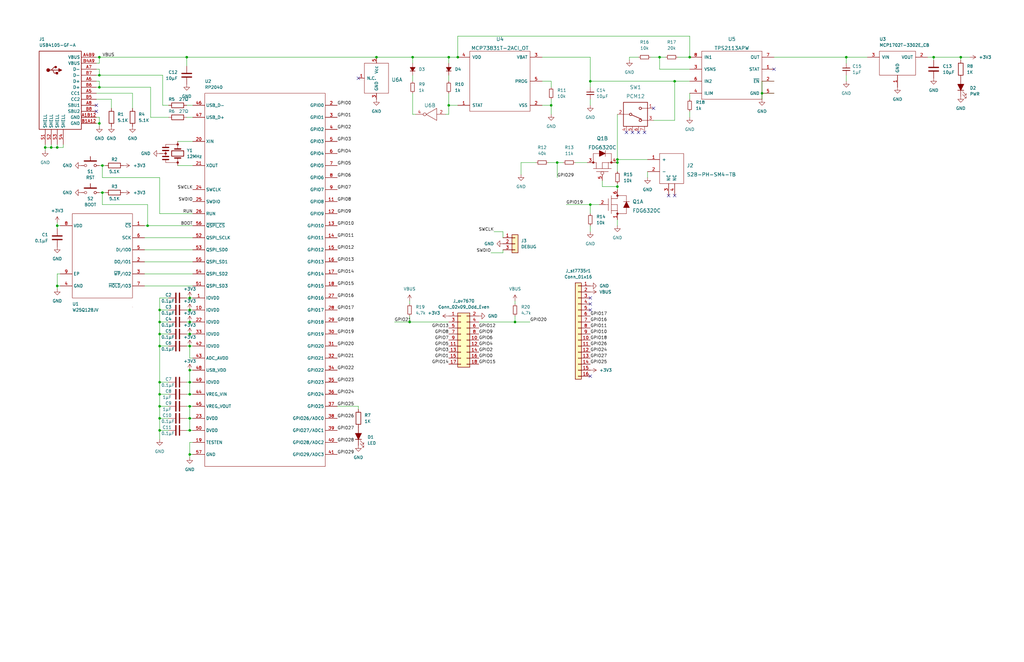
<source format=kicad_sch>
(kicad_sch (version 20211123) (generator eeschema)
  (paper "USLedger")
  (title_block (title "ENGR3430 final_proj_basedon_mp3") (date "2022-09-22") (company "Olin College of Engineering"))
  (junction (at 234.95 68.58))
  (junction (at 67.31 130.81))
  (junction (at 290.83 24.13))
  (junction (at 260.35 78.74))
  (junction (at 67.31 146.05))
  (junction (at 80.01 125.73))
  (junction (at 189.23 44.45))
  (junction (at 67.31 171.45))
  (junction (at 80.01 156.21))
  (junction (at 41.91 24.13))
  (junction (at 173.99 24.13))
  (junction (at 41.91 36.83))
  (junction (at 19.05 62.23))
  (junction (at 80.01 176.53))
  (junction (at 189.23 24.13))
  (junction (at 41.91 52.07))
  (junction (at 405.13 24.13))
  (junction (at 172.72 135.89))
  (junction (at 284.48 34.29))
  (junction (at 193.04 24.13))
  (junction (at 356.87 24.13))
  (junction (at 67.31 161.29))
  (junction (at 80.01 166.37))
  (junction (at 78.74 24.13))
  (junction (at 80.01 135.89))
  (junction (at 80.01 140.97))
  (junction (at 67.31 140.97))
  (junction (at 232.41 44.45))
  (junction (at 80.01 191.77))
  (junction (at 80.01 171.45))
  (junction (at 260.35 68.58))
  (junction (at 158.75 24.13))
  (junction (at 393.7 24.13))
  (junction (at 21.59 62.23))
  (junction (at 80.01 181.61))
  (junction (at 67.31 176.53))
  (junction (at 80.01 161.29))
  (junction (at 43.18 69.85))
  (junction (at 80.01 146.05))
  (junction (at 24.13 120.65))
  (junction (at 43.18 81.28))
  (junction (at 248.92 86.36))
  (junction (at 260.35 67.31))
  (junction (at 217.17 135.89))
  (junction (at 62.23 95.25))
  (junction (at 24.13 95.25))
  (junction (at 67.31 181.61))
  (junction (at 321.31 39.37))
  (junction (at 24.13 62.23))
  (junction (at 278.13 24.13))
  (junction (at 41.91 31.75))
  (junction (at 67.31 166.37))
  (junction (at 248.92 34.29))
  (junction (at 80.01 130.81))
  (junction (at 67.31 135.89))
  (no_connect (at 151.13 33.02))
  (no_connect (at 40.64 46.99))
  (no_connect (at 40.64 44.45))
  (no_connect (at 269.24 55.88))
  (no_connect (at 264.16 55.88))
  (no_connect (at 266.7 55.88))
  (no_connect (at 275.59 45.72))
  (no_connect (at 271.78 55.88))
  (no_connect (at 248.92 125.73))
  (no_connect (at 248.92 128.27))
  (no_connect (at 248.92 130.81))
  (no_connect (at 248.92 158.75))
  (no_connect (at 281.94 82.55))
  (no_connect (at 284.48 82.55))
  (no_connect (at 326.39 29.21))
  (wire (pts (xy 356.87 24.13) (xy 365.76 24.13)))
  (wire (pts (xy 78.74 146.05) (xy 80.01 146.05)))
  (wire (pts (xy 67.31 130.81) (xy 71.12 130.81)))
  (wire (pts (xy 158.75 24.13) (xy 173.99 24.13)))
  (wire (pts (xy 78.74 140.97) (xy 80.01 140.97)))
  (wire (pts (xy 212.09 106.68) (xy 212.09 105.41)))
  (wire (pts (xy 67.31 146.05) (xy 67.31 140.97)))
  (wire (pts (xy 40.64 36.83) (xy 41.91 36.83)))
  (wire (pts (xy 219.71 68.58) (xy 219.71 73.66)))
  (wire (pts (xy 68.58 31.75) (xy 68.58 44.45)))
  (wire (pts (xy 260.35 77.47) (xy 260.35 78.74)))
  (wire (pts (xy 193.04 15.24) (xy 290.83 15.24)))
  (wire (pts (xy 260.35 48.26) (xy 260.35 67.31)))
  (wire (pts (xy 173.99 48.26) (xy 175.26 48.26)))
  (wire (pts (xy 41.91 36.83) (xy 63.5 36.83)))
  (wire (pts (xy 278.13 24.13) (xy 280.67 24.13)))
  (wire (pts (xy 80.01 166.37) (xy 81.28 166.37)))
  (wire (pts (xy 68.58 44.45) (xy 71.12 44.45)))
  (wire (pts (xy 356.87 31.75) (xy 356.87 34.29)))
  (wire (pts (xy 269.24 24.13) (xy 265.43 24.13)))
  (wire (pts (xy 189.23 44.45) (xy 193.04 44.45)))
  (wire (pts (xy 173.99 24.13) (xy 173.99 26.67)))
  (wire (pts (xy 326.39 24.13) (xy 356.87 24.13)))
  (wire (pts (xy 62.23 86.36) (xy 62.23 95.25)))
  (wire (pts (xy 24.13 62.23) (xy 26.67 62.23)))
  (wire (pts (xy 67.31 166.37) (xy 67.31 161.29)))
  (wire (pts (xy 67.31 161.29) (xy 71.12 161.29)))
  (wire (pts (xy 278.13 24.13) (xy 278.13 29.21)))
  (wire (pts (xy 19.05 60.96) (xy 19.05 62.23)))
  (wire (pts (xy 43.18 86.36) (xy 62.23 86.36)))
  (wire (pts (xy 41.91 49.53) (xy 41.91 52.07)))
  (wire (pts (xy 80.01 146.05) (xy 81.28 146.05)))
  (wire (pts (xy 393.7 24.13) (xy 405.13 24.13)))
  (wire (pts (xy 41.91 36.83) (xy 41.91 34.29)))
  (wire (pts (xy 284.48 34.29) (xy 290.83 34.29)))
  (wire (pts (xy 80.01 171.45) (xy 80.01 176.53)))
  (wire (pts (xy 40.64 29.21) (xy 41.91 29.21)))
  (wire (pts (xy 172.72 133.35) (xy 172.72 135.89)))
  (wire (pts (xy 67.31 130.81) (xy 67.31 125.73)))
  (wire (pts (xy 67.31 135.89) (xy 67.31 130.81)))
  (wire (pts (xy 78.74 44.45) (xy 81.28 44.45)))
  (wire (pts (xy 80.01 161.29) (xy 81.28 161.29)))
  (wire (pts (xy 55.88 39.37) (xy 55.88 45.72)))
  (wire (pts (xy 80.01 151.13) (xy 81.28 151.13)))
  (wire (pts (xy 78.74 161.29) (xy 80.01 161.29)))
  (wire (pts (xy 78.74 171.45) (xy 80.01 171.45)))
  (wire (pts (xy 284.48 34.29) (xy 284.48 50.8)))
  (wire (pts (xy 67.31 140.97) (xy 67.31 135.89)))
  (wire (pts (xy 321.31 39.37) (xy 321.31 41.91)))
  (wire (pts (xy 285.75 24.13) (xy 290.83 24.13)))
  (wire (pts (xy 67.31 146.05) (xy 71.12 146.05)))
  (wire (pts (xy 60.96 95.25) (xy 62.23 95.25)))
  (wire (pts (xy 41.91 52.07) (xy 41.91 53.34)))
  (wire (pts (xy 67.31 90.17) (xy 81.28 90.17)))
  (wire (pts (xy 248.92 41.91) (xy 248.92 44.45)))
  (wire (pts (xy 80.01 176.53) (xy 80.01 181.61)))
  (wire (pts (xy 81.28 125.73) (xy 80.01 125.73)))
  (wire (pts (xy 46.99 41.91) (xy 46.99 45.72)))
  (wire (pts (xy 24.13 96.52) (xy 24.13 95.25)))
  (wire (pts (xy 278.13 29.21) (xy 290.83 29.21)))
  (wire (pts (xy 24.13 115.57) (xy 24.13 120.65)))
  (wire (pts (xy 78.74 166.37) (xy 80.01 166.37)))
  (wire (pts (xy 43.18 81.28) (xy 44.45 81.28)))
  (wire (pts (xy 63.5 49.53) (xy 71.12 49.53)))
  (wire (pts (xy 187.96 48.26) (xy 189.23 48.26)))
  (wire (pts (xy 193.04 24.13) (xy 193.04 15.24)))
  (wire (pts (xy 80.01 156.21) (xy 80.01 161.29)))
  (wire (pts (xy 290.83 39.37) (xy 290.83 41.91)))
  (wire (pts (xy 228.6 34.29) (xy 232.41 34.29)))
  (wire (pts (xy 81.28 171.45) (xy 80.01 171.45)))
  (wire (pts (xy 78.74 176.53) (xy 80.01 176.53)))
  (wire (pts (xy 40.64 39.37) (xy 55.88 39.37)))
  (wire (pts (xy 265.43 24.13) (xy 265.43 25.4)))
  (wire (pts (xy 391.16 24.13) (xy 393.7 24.13)))
  (wire (pts (xy 232.41 44.45) (xy 232.41 48.26)))
  (wire (pts (xy 207.01 106.68) (xy 212.09 106.68)))
  (wire (pts (xy 78.74 24.13) (xy 78.74 27.94)))
  (wire (pts (xy 226.06 68.58) (xy 219.71 68.58)))
  (wire (pts (xy 41.91 81.28) (xy 43.18 81.28)))
  (wire (pts (xy 24.13 93.98) (xy 24.13 95.25)))
  (wire (pts (xy 60.96 115.57) (xy 81.28 115.57)))
  (wire (pts (xy 21.59 60.96) (xy 21.59 62.23)))
  (wire (pts (xy 25.4 120.65) (xy 24.13 120.65)))
  (wire (pts (xy 189.23 24.13) (xy 193.04 24.13)))
  (wire (pts (xy 80.01 156.21) (xy 81.28 156.21)))
  (wire (pts (xy 41.91 69.85) (xy 43.18 69.85)))
  (wire (pts (xy 80.01 181.61) (xy 81.28 181.61)))
  (wire (pts (xy 41.91 24.13) (xy 41.91 26.67)))
  (wire (pts (xy 326.39 34.29) (xy 321.31 34.29)))
  (wire (pts (xy 41.91 26.67) (xy 40.64 26.67)))
  (wire (pts (xy 273.05 72.39) (xy 273.05 74.93)))
  (wire (pts (xy 41.91 31.75) (xy 68.58 31.75)))
  (wire (pts (xy 67.31 125.73) (xy 71.12 125.73)))
  (wire (pts (xy 326.39 39.37) (xy 321.31 39.37)))
  (wire (pts (xy 41.91 24.13) (xy 78.74 24.13)))
  (wire (pts (xy 173.99 24.13) (xy 189.23 24.13)))
  (wire (pts (xy 260.35 78.74) (xy 260.35 80.01)))
  (wire (pts (xy 260.35 67.31) (xy 273.05 67.31)))
  (wire (pts (xy 172.72 127) (xy 172.72 128.27)))
  (wire (pts (xy 232.41 41.91) (xy 232.41 44.45)))
  (wire (pts (xy 81.28 186.69) (xy 80.01 186.69)))
  (wire (pts (xy 248.92 34.29) (xy 284.48 34.29)))
  (wire (pts (xy 290.83 15.24) (xy 290.83 24.13)))
  (wire (pts (xy 67.31 176.53) (xy 71.12 176.53)))
  (wire (pts (xy 41.91 34.29) (xy 40.64 34.29)))
  (wire (pts (xy 67.31 171.45) (xy 67.31 166.37)))
  (wire (pts (xy 405.13 24.13) (xy 408.94 24.13)))
  (wire (pts (xy 80.01 176.53) (xy 81.28 176.53)))
  (wire (pts (xy 41.91 31.75) (xy 40.64 31.75)))
  (wire (pts (xy 21.59 62.23) (xy 24.13 62.23)))
  (wire (pts (xy 252.73 86.36) (xy 248.92 86.36)))
  (wire (pts (xy 63.5 36.83) (xy 63.5 49.53)))
  (wire (pts (xy 173.99 48.26) (xy 173.99 39.37)))
  (wire (pts (xy 231.14 68.58) (xy 234.95 68.58)))
  (wire (pts (xy 24.13 120.65) (xy 24.13 121.92)))
  (wire (pts (xy 19.05 62.23) (xy 21.59 62.23)))
  (wire (pts (xy 142.24 171.45) (xy 151.13 171.45)))
  (wire (pts (xy 234.95 68.58) (xy 234.95 74.93)))
  (wire (pts (xy 321.31 34.29) (xy 321.31 39.37)))
  (wire (pts (xy 172.72 135.89) (xy 189.23 135.89)))
  (wire (pts (xy 189.23 24.13) (xy 189.23 26.67)))
  (wire (pts (xy 189.23 31.75) (xy 189.23 34.29)))
  (wire (pts (xy 62.23 95.25) (xy 81.28 95.25)))
  (wire (pts (xy 80.01 146.05) (xy 80.01 151.13)))
  (wire (pts (xy 208.28 97.79) (xy 212.09 97.79)))
  (wire (pts (xy 238.76 86.36) (xy 248.92 86.36)))
  (wire (pts (xy 80.01 186.69) (xy 80.01 191.77)))
  (wire (pts (xy 189.23 44.45) (xy 189.23 48.26)))
  (wire (pts (xy 40.64 49.53) (xy 41.91 49.53)))
  (wire (pts (xy 151.13 172.72) (xy 151.13 171.45)))
  (wire (pts (xy 80.01 135.89) (xy 81.28 135.89)))
  (wire (pts (xy 201.93 135.89) (xy 217.17 135.89)))
  (wire (pts (xy 248.92 24.13) (xy 248.92 34.29)))
  (wire (pts (xy 67.31 181.61) (xy 71.12 181.61)))
  (wire (pts (xy 60.96 100.33) (xy 81.28 100.33)))
  (wire (pts (xy 217.17 133.35) (xy 217.17 135.89)))
  (wire (pts (xy 67.31 166.37) (xy 71.12 166.37)))
  (wire (pts (xy 19.05 63.5) (xy 19.05 62.23)))
  (wire (pts (xy 232.41 34.29) (xy 232.41 36.83)))
  (wire (pts (xy 254 76.2) (xy 254 78.74)))
  (wire (pts (xy 60.96 110.49) (xy 81.28 110.49)))
  (wire (pts (xy 41.91 29.21) (xy 41.91 31.75)))
  (wire (pts (xy 41.91 52.07) (xy 40.64 52.07)))
  (wire (pts (xy 24.13 60.96) (xy 24.13 62.23)))
  (wire (pts (xy 67.31 171.45) (xy 71.12 171.45)))
  (wire (pts (xy 173.99 31.75) (xy 173.99 34.29)))
  (wire (pts (xy 60.96 120.65) (xy 81.28 120.65)))
  (wire (pts (xy 26.67 62.23) (xy 26.67 60.96)))
  (wire (pts (xy 24.13 95.25) (xy 25.4 95.25)))
  (wire (pts (xy 43.18 74.93) (xy 67.31 74.93)))
  (wire (pts (xy 78.74 135.89) (xy 80.01 135.89)))
  (wire (pts (xy 393.7 24.13) (xy 393.7 25.4)))
  (wire (pts (xy 284.48 50.8) (xy 275.59 50.8)))
  (wire (pts (xy 212.09 97.79) (xy 212.09 100.33)))
  (wire (pts (xy 80.01 161.29) (xy 80.01 166.37)))
  (wire (pts (xy 81.28 191.77) (xy 80.01 191.77)))
  (wire (pts (xy 43.18 69.85) (xy 44.45 69.85)))
  (wire (pts (xy 80.01 130.81) (xy 81.28 130.81)))
  (wire (pts (xy 43.18 69.85) (xy 43.18 74.93)))
  (wire (pts (xy 40.64 24.13) (xy 41.91 24.13)))
  (wire (pts (xy 260.35 67.31) (xy 260.35 68.58)))
  (wire (pts (xy 290.83 46.99) (xy 290.83 49.53)))
  (wire (pts (xy 260.35 92.71) (xy 260.35 95.25)))
  (wire (pts (xy 274.32 24.13) (xy 278.13 24.13)))
  (wire (pts (xy 74.93 59.69) (xy 81.28 59.69)))
  (wire (pts (xy 248.92 34.29) (xy 248.92 36.83)))
  (wire (pts (xy 78.74 24.13) (xy 158.75 24.13)))
  (wire (pts (xy 67.31 185.42) (xy 67.31 181.61)))
  (wire (pts (xy 60.96 105.41) (xy 81.28 105.41)))
  (wire (pts (xy 405.13 24.13) (xy 405.13 25.4)))
  (wire (pts (xy 248.92 95.25) (xy 248.92 97.79)))
  (wire (pts (xy 228.6 24.13) (xy 248.92 24.13)))
  (wire (pts (xy 228.6 44.45) (xy 232.41 44.45)))
  (wire (pts (xy 78.74 130.81) (xy 80.01 130.81)))
  (wire (pts (xy 43.18 81.28) (xy 43.18 86.36)))
  (wire (pts (xy 234.95 68.58) (xy 237.49 68.58)))
  (wire (pts (xy 25.4 115.57) (xy 24.13 115.57)))
  (wire (pts (xy 217.17 135.89) (xy 223.52 135.89)))
  (wire (pts (xy 217.17 127) (xy 217.17 128.27)))
  (wire (pts (xy 248.92 86.36) (xy 248.92 90.17)))
  (wire (pts (xy 356.87 24.13) (xy 356.87 26.67)))
  (wire (pts (xy 67.31 146.05) (xy 67.31 161.29)))
  (wire (pts (xy 166.37 135.89) (xy 172.72 135.89)))
  (wire (pts (xy 78.74 49.53) (xy 81.28 49.53)))
  (wire (pts (xy 80.01 140.97) (xy 81.28 140.97)))
  (wire (pts (xy 67.31 74.93) (xy 67.31 90.17)))
  (wire (pts (xy 74.93 69.85) (xy 81.28 69.85)))
  (wire (pts (xy 40.64 41.91) (xy 46.99 41.91)))
  (wire (pts (xy 189.23 39.37) (xy 189.23 44.45)))
  (wire (pts (xy 67.31 176.53) (xy 67.31 171.45)))
  (wire (pts (xy 78.74 181.61) (xy 80.01 181.61)))
  (wire (pts (xy 254 78.74) (xy 260.35 78.74)))
  (wire (pts (xy 80.01 191.77) (xy 80.01 193.04)))
  (wire (pts (xy 67.31 135.89) (xy 71.12 135.89)))
  (wire (pts (xy 67.31 140.97) (xy 71.12 140.97)))
  (wire (pts (xy 67.31 181.61) (xy 67.31 176.53)))
  (wire (pts (xy 260.35 68.58) (xy 260.35 72.39)))
  (wire (pts (xy 242.57 68.58) (xy 247.65 68.58)))
  (wire (pts (xy 78.74 125.73) (xy 80.01 125.73)))
  (label "GPIO6" (at 201.93 143.51 0))
  (label "GPIO21" (at 142.24 151.13 0))
  (label "GPIO24" (at 248.92 148.59 0))
  (label "GPIO10" (at 248.92 140.97 0))
  (label "GPIO11" (at 248.92 138.43 0))
  (label "GPIO20" (at 223.52 135.89 0))
  (label "GPIO17" (at 142.24 130.81 0))
  (label "GPIO16" (at 142.24 125.73 0))
  (label "GPIO12" (at 142.24 105.41 0))
  (label "GPIO18" (at 248.92 143.51 0))
  (label "GPIO29" (at 234.95 74.93 0))
  (label "GPIO5" (at 189.23 146.05 180))
  (label "GPIO7" (at 189.23 143.51 180))
  (label "GPIO4" (at 142.24 64.77 0))
  (label "RUN" (at 81.28 90.17 180))
  (label "GPIO10" (at 142.24 95.25 0))
  (label "SWDIO" (at 81.28 85.09 180))
  (label "GPIO6" (at 142.24 74.93 0))
  (label "SWCLK" (at 81.28 80.01 180))
  (label "GPIO17" (at 248.92 133.35 0))
  (label "GPIO28" (at 142.24 186.69 0))
  (label "GPIO27" (at 248.92 151.13 0))
  (label "GPIO24" (at 142.24 166.37 0))
  (label "GPIO27" (at 142.24 181.61 0))
  (label "GPIO26" (at 142.24 176.53 0))
  (label "SWDIO" (at 207.01 106.68 180))
  (label "GPIO13" (at 189.23 138.43 180))
  (label "GPIO14" (at 189.23 153.67 180))
  (label "GPIO1" (at 142.24 49.53 0))
  (label "GPIO19" (at 238.76 86.36 0))
  (label "GPIO25" (at 142.24 171.45 0))
  (label "GPIO9" (at 142.24 90.17 0))
  (label "GPIO0" (at 142.24 44.45 0))
  (label "GPIO14" (at 142.24 115.57 0))
  (label "GPIO18" (at 142.24 135.89 0))
  (label "GPIO15" (at 142.24 120.65 0))
  (label "GPIO26" (at 248.92 146.05 0))
  (label "VBUS" (at 43.18 24.13 0))
  (label "GPIO3" (at 189.23 148.59 180))
  (label "GPIO4" (at 201.93 146.05 0))
  (label "GPIO2" (at 201.93 148.59 0))
  (label "GPIO25" (at 248.92 153.67 0))
  (label "GPIO15" (at 201.93 153.67 0))
  (label "BOOT" (at 81.28 95.25 180))
  (label "GPIO13" (at 142.24 110.49 0))
  (label "GPIO20" (at 142.24 146.05 0))
  (label "GPIO8" (at 142.24 85.09 0))
  (label "GPIO11" (at 142.24 100.33 0))
  (label "GPIO21" (at 166.37 135.89 0))
  (label "GPIO8" (at 189.23 140.97 180))
  (label "GPIO9" (at 201.93 140.97 0))
  (label "GPIO16" (at 248.92 135.89 0))
  (label "GPIO2" (at 142.24 54.61 0))
  (label "GPIO12" (at 201.93 138.43 0))
  (label "GPIO0" (at 201.93 151.13 0))
  (label "GPIO19" (at 142.24 140.97 0))
  (label "GPIO29" (at 142.24 191.77 0))
  (label "GPIO5" (at 142.24 69.85 0))
  (label "SWCLK" (at 208.28 97.79 180))
  (label "GPIO3" (at 142.24 59.69 0))
  (label "GPIO7" (at 142.24 80.01 0))
  (label "GPIO1" (at 189.23 151.13 180))
  (label "GPIO23" (at 142.24 161.29 0))
  (label "GPIO22" (at 142.24 156.21 0))
  (symbol (lib_id "Device:C_Small") (at 248.92 39.37 0) (unit 1)
    (property "Reference" "C14" (at 251.46 38.1062 0) (effects (justify left)))
    (property "Value" "10µF" (at 251.46 40.6462 0) (effects (justify left)))
    (property "Footprint" "Capacitor_SMD:C_0603_1608Metric" (effects hide))
  )
  (symbol (lib_id "Eclectronics:PCM12") (at 267.97 48.26 0) (unit 1)
    (property "Reference" "SW1" (at 267.97 36.83 0) (effects (font (size 1.524 1.524))))
    (property "Value" "PCM12" (at 267.97 40.64 0) (effects (font (size 1.524 1.524))))
    (property "Footprint" "Eclectronics:SW_PCM12SMTR" (effects hide))
  )
  (symbol (lib_id "Connector_Generic:Conn_01x03") (at 217.17 102.87 0) (unit 1)
    (property "Reference" "J3" (at 219.71 101.6 0) (effects (justify left)))
    (property "Value" "DEBUG" (at 219.71 104.14 0) (effects (justify left)))
    (property "Footprint" "Connector_PinHeader_2.54mm:PinHeader_1x03_P2.54mm_Vertical" (effects hide))
  )
  (symbol (lib_id "power:GND") (at 321.31 41.91 0) (unit 1)
    (property "Reference" "#PWR0102" (effects hide))
    (property "Value" "GND" (at 321.31 46.99 0))
  )
  (symbol (lib_id "power:GND") (at 34.29 81.28 270) (unit 1)
    (property "Reference" "#PWR06" (effects hide))
    (property "Value" "GND" (at 30.48 81.2799 90) (effects (justify right)))
  )
  (symbol (lib_id "power:GND") (at 19.05 63.5 0) (unit 1)
    (property "Reference" "#PWR01" (effects hide))
    (property "Value" "GND" (at 19.05 68.58 0))
  )
  (symbol (lib_id "Device:C_Small") (at 356.87 29.21 0) (unit 1)
    (property "Reference" "C15" (at 359.41 27.9462 0) (effects (justify left)))
    (property "Value" "1µF" (at 359.41 30.4862 0) (effects (justify left)))
    (property "Footprint" "Capacitor_SMD:C_0402_1005Metric" (effects hide))
  )
  (symbol (lib_id "power:+3V3") (at 80.01 135.89 0) (unit 1)
    (property "Reference" "#PWR0120" (effects hide))
    (property "Value" "+3V3" (at 80.01 132.08 0))
  )
  (symbol (lib_id "Device:R_Small") (at 260.35 74.93 0) (unit 1)
    (property "Reference" "R15" (at 262.89 73.6599 0) (effects (justify left)))
    (property "Value" "10k" (at 262.89 76.1999 0) (effects (justify left)))
    (property "Footprint" "Resistor_SMD:R_0603_1608Metric" (effects hide))
  )
  (symbol (lib_id "Device:R") (at 74.93 49.53 90) (unit 1)
    (property "Reference" "R6" (at 72.39 46.99 90))
    (property "Value" "27Ω" (at 77.47 46.99 90))
    (property "Footprint" "Resistor_SMD:R_0402_1005Metric" (effects hide))
  )
  (symbol (lib_id "power:GND") (at 212.09 102.87 270) (unit 1)
    (property "Reference" "#PWR026" (effects hide))
    (property "Value" "GND" (at 208.28 102.87 90) (effects (justify right)))
  )
  (symbol (lib_id "Connector_Generic:Conn_02x09_Odd_Even") (at 194.31 143.51 0) (unit 1)
    (property "Reference" "J_ov7670" (at 195.58 127 0))
    (property "Value" "Conn_02x09_Odd_Even" (at 195.58 129.54 0))
    (property "Footprint" "Connector_PinHeader_2.54mm:PinHeader_2x09_P2.54mm_Vertical" (effects hide))
  )
  (symbol (lib_id "power:GND") (at 248.92 44.45 0) (unit 1)
    (property "Reference" "#PWR0116" (effects hide))
    (property "Value" "GND" (at 248.92 49.53 0))
  )
  (symbol (lib_id "Eclectronics:SW") (at 38.1 69.85 270) (unit 1)
    (property "Reference" "S1" (at 38.1 72.39 90))
    (property "Value" "RST" (at 38.1 74.93 90))
    (property "Footprint" "Eclectronics:KXT321LHS" (effects hide))
  )
  (symbol (lib_id "Device:C") (at 74.93 140.97 270) (unit 1)
    (property "Reference" "C5" (at 72.39 139.7 90) (effects (justify right)))
    (property "Value" "0.1µF" (at 73.66 142.24 90) (effects (justify right)))
    (property "Footprint" "Capacitor_SMD:C_0402_1005Metric" (effects hide))
  )
  (symbol (lib_id "power:GND") (at 201.93 133.35 90) (mirror x) (unit 1)
    (property "Reference" "#PWR0111" (effects hide))
    (property "Value" "GND" (at 205.74 133.3499 90) (effects (justify right)))
  )
  (symbol (lib_id "Device:C") (at 74.93 176.53 270) (unit 1)
    (property "Reference" "C10" (at 72.39 175.26 90) (effects (justify right)))
    (property "Value" "0.1µF" (at 73.66 177.8 90) (effects (justify right)))
    (property "Footprint" "Capacitor_SMD:C_0402_1005Metric" (effects hide))
  )
  (symbol (lib_id "Connector_Generic:Conn_01x16") (at 243.84 138.43 0) (mirror y) (unit 1)
    (property "Reference" "J_st7735r1" (at 243.84 114.3 0))
    (property "Value" "Conn_01x16" (at 243.84 116.84 0))
    (property "Footprint" "Connector_PinHeader_2.54mm:PinHeader_1x16_P2.54mm_Vertical" (effects hide))
  )
  (symbol (lib_id "Eclectronics:S2B-PH-SM4-TB") (at 283.21 69.85 0) (unit 1)
    (property "Reference" "J2" (at 289.56 69.85 0) (effects (font (size 1.524 1.524)) (justify left)))
    (property "Value" "S2B-PH-SM4-TB" (at 289.56 73.66 0) (effects (font (size 1.524 1.524)) (justify left)))
    (property "Footprint" "Eclectronics:JST_S2B-PH-SM4-TB(LF)(SN)" (effects hide))
  )
  (symbol (lib_id "Device:C") (at 24.13 100.33 0) (mirror x) (unit 1)
    (property "Reference" "C1" (at 20.32 99.0599 0) (effects (justify right)))
    (property "Value" "0.1µF" (at 20.32 101.5999 0) (effects (justify right)))
    (property "Footprint" "Capacitor_SMD:C_0402_1005Metric" (effects hide))
  )
  (symbol (lib_id "power:GND") (at 46.99 53.34 0) (unit 1)
    (property "Reference" "#PWR08" (effects hide))
    (property "Value" "GND" (at 46.99 58.42 0))
  )
  (symbol (lib_id "Eclectronics:SN74LVC1GU04") (at 181.61 48.26 180) (unit 2)
    (property "Reference" "U6" (at 181.2925 44.45 0) (effects (font (size 1.524 1.524))))
    (property "Value" "SN74LVC1GU04" (effects hide))
    (property "Footprint" "Package_TO_SOT_SMD:SOT-353_SC-70-5" (effects hide))
  )
  (symbol (lib_id "power:GND") (at 378.46 36.83 0) (unit 1)
    (property "Reference" "#PWR018" (effects hide))
    (property "Value" "GND" (at 378.46 41.91 0))
  )
  (symbol (lib_id "Device:C") (at 74.93 146.05 270) (unit 1)
    (property "Reference" "C6" (at 72.39 144.78 90) (effects (justify right)))
    (property "Value" "0.1µF" (at 73.66 147.32 90) (effects (justify right)))
    (property "Footprint" "Capacitor_SMD:C_0402_1005Metric" (effects hide))
  )
  (symbol (lib_id "power:VBUS") (at 172.72 127 0) (unit 1)
    (property "Reference" "#PWR0109" (effects hide))
    (property "Value" "VBUS" (at 172.72 121.92 0))
  )
  (symbol (lib_id "Device:R") (at 48.26 69.85 90) (unit 1)
    (property "Reference" "R2" (at 48.26 67.31 90))
    (property "Value" "5.1K" (at 48.26 72.39 90))
    (property "Footprint" "Resistor_SMD:R_0402_1005Metric" (effects hide))
  )
  (symbol (lib_id "Eclectronics:SW") (at 38.1 81.28 270) (unit 1)
    (property "Reference" "S2" (at 38.1 83.82 90))
    (property "Value" "BOOT" (at 38.1 86.36 90))
    (property "Footprint" "Eclectronics:KXT321LHS" (effects hide))
  )
  (symbol (lib_id "power:+3V3") (at 408.94 24.13 270) (unit 1)
    (property "Reference" "#PWR025" (effects hide))
    (property "Value" "+3V3" (at 412.75 24.1299 90) (effects (justify left)))
  )
  (symbol (lib_id "power:+3V3") (at 80.01 130.81 0) (unit 1)
    (property "Reference" "#PWR0119" (effects hide))
    (property "Value" "+3V3" (at 80.01 127 0))
  )
  (symbol (lib_id "power:GND") (at 393.7 33.02 0) (unit 1)
    (property "Reference" "#PWR023" (effects hide))
    (property "Value" "GND" (at 393.7 38.1 0))
  )
  (symbol (lib_id "Device:R_Small") (at 232.41 39.37 0) (unit 1)
    (property "Reference" "R11" (at 234.95 38.0999 0) (effects (justify left)))
    (property "Value" "10k" (at 234.95 40.6399 0) (effects (justify left)))
    (property "Footprint" "Resistor_SMD:R_0603_1608Metric" (effects hide))
  )
  (symbol (lib_id "Device:R_Small") (at 228.6 68.58 90) (unit 1)
    (property "Reference" "R12" (at 228.6 62.23 90))
    (property "Value" "40k" (at 228.6 64.77 90))
    (property "Footprint" "Resistor_SMD:R_0603_1608Metric" (effects hide))
  )
  (symbol (lib_id "power:GND") (at 24.13 104.14 0) (unit 1)
    (property "Reference" "#PWR03" (effects hide))
    (property "Value" "GND" (at 24.13 109.22 0))
  )
  (symbol (lib_id "Eclectronics:MCP73831T-2ACI_OT") (at 210.82 34.29 0) (unit 1)
    (property "Reference" "U4" (at 210.82 16.51 0) (effects (font (size 1.524 1.524))))
    (property "Value" "MCP73831T-2ACI_OT" (at 210.82 20.32 0) (effects (font (size 1.524 1.524))))
    (property "Footprint" "Package_TO_SOT_SMD:SOT-23-5" (effects hide))
  )
  (symbol (lib_id "Device:LED_Filled") (at 405.13 36.83 90) (unit 1)
    (property "Reference" "D2" (at 408.94 37.1474 90) (effects (justify right)))
    (property "Value" "PWR" (at 408.94 39.6874 90) (effects (justify right)))
    (property "Footprint" "LED_SMD:LED_0805_2012Metric" (effects hide))
  )
  (symbol (lib_id "power:GND") (at 41.91 53.34 0) (unit 1)
    (property "Reference" "#PWR07" (effects hide))
    (property "Value" "GND" (at 41.91 58.42 0))
  )
  (symbol (lib_id "power:GND") (at 80.01 193.04 0) (unit 1)
    (property "Reference" "#PWR015" (effects hide))
    (property "Value" "GND" (at 80.01 198.12 0))
  )
  (symbol (lib_id "Eclectronics:USB4105-GF-A") (at 25.4 38.1 0) (unit 1)
    (property "Reference" "J1" (at 16.51 16.51 0) (effects (justify left)))
    (property "Value" "USB4105-GF-A" (at 16.51 19.05 0) (effects (justify left)))
    (property "Footprint" "Eclectronics:USB4105-GF-A" (effects hide))
  )
  (symbol (lib_id "power:GND") (at 34.29 69.85 270) (unit 1)
    (property "Reference" "#PWR05" (effects hide))
    (property "Value" "GND" (at 30.48 69.8499 90) (effects (justify right)))
  )
  (symbol (lib_id "Device:R_Small") (at 271.78 24.13 90) (unit 1)
    (property "Reference" "R16" (at 271.78 17.78 90))
    (property "Value" "10k" (at 271.78 20.32 90))
    (property "Footprint" "Resistor_SMD:R_0603_1608Metric" (effects hide))
  )
  (symbol (lib_id "power:GND") (at 232.41 48.26 0) (unit 1)
    (property "Reference" "#PWR0117" (effects hide))
    (property "Value" "GND" (at 232.41 53.34 0))
  )
  (symbol (lib_id "power:+3V3") (at 52.07 81.28 270) (unit 1)
    (property "Reference" "#PWR010" (effects hide))
    (property "Value" "+3V3" (at 56.134 81.2799 90) (effects (justify left)))
  )
  (symbol (lib_id "power:GND") (at 151.13 187.96 0) (unit 1)
    (property "Reference" "#PWR016" (effects hide))
    (property "Value" "GND" (at 151.13 193.04 0))
  )
  (symbol (lib_id "power:+3V3") (at 52.07 69.85 270) (unit 1)
    (property "Reference" "#PWR09" (effects hide))
    (property "Value" "+3V3" (at 56.134 69.8499 90) (effects (justify left)))
  )
  (symbol (lib_id "Device:C") (at 74.93 130.81 270) (unit 1)
    (property "Reference" "C3" (at 72.39 129.54 90) (effects (justify right)))
    (property "Value" "0.1µF" (at 73.66 132.08 90) (effects (justify right)))
    (property "Footprint" "Capacitor_SMD:C_0402_1005Metric" (effects hide))
  )
  (symbol (lib_id "Device:R_Small") (at 290.83 44.45 0) (unit 1)
    (property "Reference" "R18" (at 293.37 43.1799 0) (effects (justify left)))
    (property "Value" "1k" (at 293.37 45.7199 0) (effects (justify left)))
    (property "Footprint" "Resistor_SMD:R_0402_1005Metric" (effects hide))
  )
  (symbol (lib_id "Device:C") (at 74.93 166.37 270) (unit 1)
    (property "Reference" "C8" (at 72.39 165.1 90) (effects (justify right)))
    (property "Value" "1µF" (at 72.39 167.64 90) (effects (justify right)))
    (property "Footprint" "Capacitor_SMD:C_0402_1005Metric" (effects hide))
  )
  (symbol (lib_id "power:GND") (at 405.13 40.64 0) (unit 1)
    (property "Reference" "#PWR024" (effects hide))
    (property "Value" "GND" (at 405.13 45.72 0))
  )
  (symbol (lib_id "Device:C") (at 78.74 31.75 0) (mirror x) (unit 1)
    (property "Reference" "C12" (at 74.93 30.4799 0) (effects (justify right)))
    (property "Value" "10µF" (at 74.93 33.0199 0) (effects (justify right)))
    (property "Footprint" "Capacitor_SMD:C_0603_1608Metric" (effects hide))
  )
  (symbol (lib_id "Device:D_Small_Filled") (at 189.23 29.21 90) (unit 1)
    (property "Reference" "D4" (at 191.77 29.2099 90) (effects (justify right)))
    (property "Value" "D_Small_Filled" (effects hide))
    (property "Footprint" "LED_SMD:LED_0805_2012Metric" (effects hide))
  )
  (symbol (lib_id "Device:R") (at 151.13 176.53 0) (unit 1)
    (property "Reference" "R7" (at 153.67 175.2599 0) (effects (justify left)))
    (property "Value" "1K" (at 153.67 177.7999 0) (effects (justify left)))
    (property "Footprint" "Resistor_SMD:R_0402_1005Metric" (effects hide))
  )
  (symbol (lib_id "Device:C") (at 393.7 29.21 0) (unit 1)
    (property "Reference" "C13" (at 397.51 27.9399 0) (effects (justify left)))
    (property "Value" "10µF" (at 397.51 30.4799 0) (effects (justify left)))
    (property "Footprint" "Capacitor_SMD:C_0603_1608Metric" (effects hide))
  )
  (symbol (lib_id "power:+3V3") (at 80.01 146.05 0) (unit 1)
    (property "Reference" "#PWR0122" (effects hide))
    (property "Value" "+3V3" (at 80.01 142.24 0))
  )
  (symbol (lib_id "Device:R") (at 74.93 44.45 90) (unit 1)
    (property "Reference" "R5" (at 72.39 41.91 90))
    (property "Value" "27Ω" (at 77.47 41.91 90))
    (property "Footprint" "Resistor_SMD:R_0402_1005Metric" (effects hide))
  )
  (symbol (lib_id "power:+3V3") (at 248.92 156.21 270) (mirror x) (unit 1)
    (property "Reference" "#PWR0115" (effects hide))
    (property "Value" "+3V3" (at 252.73 156.2099 90) (effects (justify left)))
  )
  (symbol (lib_id "power:GND") (at 265.43 25.4 0) (unit 1)
    (property "Reference" "#PWR0107" (effects hide))
    (property "Value" "GND" (at 265.43 30.48 0))
  )
  (symbol (lib_id "power:+3V3") (at 80.01 125.73 0) (unit 1)
    (property "Reference" "#PWR014" (effects hide))
    (property "Value" "+3V3" (at 80.01 121.92 0))
  )
  (symbol (lib_id "power:GND") (at 158.75 41.91 0) (unit 1)
    (property "Reference" "#PWR0123" (effects hide))
    (property "Value" "GND" (at 158.75 46.99 0))
  )
  (symbol (lib_id "power:GND") (at 24.13 121.92 0) (unit 1)
    (property "Reference" "#PWR04" (effects hide))
    (property "Value" "GND" (at 24.13 127 0))
  )
  (symbol (lib_id "Device:R_Small") (at 283.21 24.13 90) (unit 1)
    (property "Reference" "R17" (at 283.21 17.78 90))
    (property "Value" "20k" (at 283.21 20.32 90))
    (property "Footprint" "Resistor_SMD:R_0603_1608Metric" (effects hide))
  )
  (symbol (lib_id "Device:C") (at 74.93 171.45 270) (unit 1)
    (property "Reference" "C9" (at 72.39 170.18 90) (effects (justify right)))
    (property "Value" "1µF" (at 72.39 172.72 90) (effects (justify right)))
    (property "Footprint" "Capacitor_SMD:C_0402_1005Metric" (effects hide))
  )
  (symbol (lib_id "Device:D_Small_Filled") (at 173.99 29.21 90) (unit 1)
    (property "Reference" "D3" (at 176.53 29.21 90) (effects (justify right)))
    (property "Value" "D_Small_Filled" (effects hide))
    (property "Footprint" "LED_SMD:LED_0805_2012Metric" (effects hide))
  )
  (symbol (lib_id "Eclectronics:FDG6320C") (at 254 68.58 270) (mirror x) (unit 2)
    (property "Reference" "Q1" (at 254 58.42 90) (effects (font (size 1.524 1.524))))
    (property "Value" "FDG6320C" (at 254 62.23 90) (effects (font (size 1.524 1.524))))
    (property "Footprint" "Package_TO_SOT_SMD:SOT-363_SC-70-6" (effects hide))
  )
  (symbol (lib_id "Device:R_Small") (at 240.03 68.58 90) (unit 1)
    (property "Reference" "R13" (at 240.03 62.23 90))
    (property "Value" "11k" (at 240.03 64.77 90))
    (property "Footprint" "Resistor_SMD:R_0603_1608Metric" (effects hide))
  )
  (symbol (lib_id "Eclectronics:W25Q128JV") (at 43.18 107.95 0) (unit 1)
    (property "Reference" "U1" (at 30.48 128.27 0) (effects (justify left)))
    (property "Value" "W25Q128JV" (at 30.48 130.81 0) (effects (justify left)))
    (property "Footprint" "Eclectronics:MIC_WSON-8" (effects hide))
  )
  (symbol (lib_id "Device:R") (at 48.26 81.28 90) (unit 1)
    (property "Reference" "R3" (at 48.26 78.74 90))
    (property "Value" "5.1K" (at 48.26 83.82 90))
    (property "Footprint" "Resistor_SMD:R_0402_1005Metric" (effects hide))
  )
  (symbol (lib_id "power:+3V3") (at 80.01 156.21 0) (unit 1)
    (property "Reference" "#PWR0118" (effects hide))
    (property "Value" "+3V3" (at 80.01 152.4 0))
  )
  (symbol (lib_id "Device:R_Small") (at 172.72 130.81 0) (unit 1)
    (property "Reference" "R19" (at 175.26 129.5399 0) (effects (justify left)))
    (property "Value" "4.7k" (at 175.26 132.0799 0) (effects (justify left)))
    (property "Footprint" "Resistor_SMD:R_0603_1608Metric" (effects hide))
  )
  (symbol (lib_id "power:+3V3") (at 80.01 140.97 0) (unit 1)
    (property "Reference" "#PWR0121" (effects hide))
    (property "Value" "+3V3" (at 80.01 137.16 0))
  )
  (symbol (lib_id "Device:LED_Filled") (at 151.13 184.15 90) (unit 1)
    (property "Reference" "D1" (at 154.94 184.4674 90) (effects (justify right)))
    (property "Value" "LED" (at 154.94 187.0074 90) (effects (justify right)))
    (property "Footprint" "LED_SMD:LED_0805_2012Metric" (effects hide))
  )
  (symbol (lib_id "Device:C") (at 74.93 135.89 270) (unit 1)
    (property "Reference" "C4" (at 72.39 134.62 90) (effects (justify right)))
    (property "Value" "0.1µF" (at 73.66 137.16 90) (effects (justify right)))
    (property "Footprint" "Capacitor_SMD:C_0402_1005Metric" (effects hide))
  )
  (symbol (lib_id "power:GND") (at 248.92 97.79 0) (unit 1)
    (property "Reference" "#PWR0105" (effects hide))
    (property "Value" "GND" (at 248.92 102.87 0))
  )
  (symbol (lib_id "power:GND") (at 67.31 64.77 270) (unit 1)
    (property "Reference" "#PWR012" (effects hide))
    (property "Value" "GND" (at 63.5 64.7699 90) (effects (justify right)))
  )
  (symbol (lib_id "Eclectronics:Crystal") (at 74.93 64.77 270) (unit 1)
    (property "Reference" "Y1" (at 78.74 63.5 90) (effects (justify left)))
    (property "Value" "12MHz" (at 78.74 66.04 90) (effects (justify left)))
    (property "Footprint" "Eclectronics:CSTNE" (effects hide))
  )
  (symbol (lib_id "power:GND") (at 219.71 73.66 0) (unit 1)
    (property "Reference" "#PWR0103" (effects hide))
    (property "Value" "GND" (at 219.71 78.74 0))
  )
  (symbol (lib_id "power:+3V3") (at 24.13 93.98 0) (unit 1)
    (property "Reference" "#PWR02" (effects hide))
    (property "Value" "+3V3" (at 24.13 88.9 0))
  )
  (symbol (lib_id "Eclectronics:RP2040") (at 111.76 118.11 0) (unit 1)
    (property "Reference" "U2" (at 86.36 34.29 0) (effects (justify left)))
    (property "Value" "RP2040" (at 86.36 36.83 0) (effects (justify left)))
    (property "Footprint" "Eclectronics:RP2040" (effects hide))
  )
  (symbol (lib_id "Device:R_Small") (at 189.23 36.83 0) (unit 1)
    (property "Reference" "R10" (at 191.77 35.5599 0) (effects (justify left)))
    (property "Value" "1k" (at 191.77 38.0999 0) (effects (justify left)))
    (property "Footprint" "Resistor_SMD:R_0402_1005Metric" (effects hide))
  )
  (symbol (lib_id "power:GND") (at 356.87 34.29 0) (unit 1)
    (property "Reference" "#PWR0101" (effects hide))
    (property "Value" "GND" (at 356.87 39.37 0))
  )
  (symbol (lib_id "Device:C") (at 74.93 161.29 270) (unit 1)
    (property "Reference" "C7" (at 72.39 160.02 90) (effects (justify right)))
    (property "Value" "0.1µF" (at 73.66 162.56 90) (effects (justify right)))
    (property "Footprint" "Capacitor_SMD:C_0402_1005Metric" (effects hide))
  )
  (symbol (lib_id "power:GND") (at 55.88 53.34 0) (unit 1)
    (property "Reference" "#PWR011" (effects hide))
    (property "Value" "GND" (at 55.88 58.42 0))
  )
  (symbol (lib_id "Device:C") (at 74.93 181.61 270) (unit 1)
    (property "Reference" "C11" (at 72.39 180.34 90) (effects (justify right)))
    (property "Value" "0.1µF" (at 73.66 182.88 90) (effects (justify right)))
    (property "Footprint" "Capacitor_SMD:C_0402_1005Metric" (effects hide))
  )
  (symbol (lib_id "Eclectronics:SN74LVC1GU04") (at 158.75 33.02 0) (unit 1)
    (property "Reference" "U6" (at 165.1 33.655 0) (effects (font (size 1.524 1.524)) (justify left)))
    (property "Value" "SN74LVC1GU04" (effects hide))
    (property "Footprint" "Package_TO_SOT_SMD:SOT-353_SC-70-5" (effects hide))
  )
  (symbol (lib_id "Device:R") (at 405.13 29.21 0) (unit 1)
    (property "Reference" "R8" (at 407.67 27.9399 0) (effects (justify left)))
    (property "Value" "1K" (at 407.67 30.4799 0) (effects (justify left)))
    (property "Footprint" "Resistor_SMD:R_0402_1005Metric" (effects hide))
  )
  (symbol (lib_id "power:GND") (at 67.31 185.42 0) (unit 1)
    (property "Reference" "#PWR013" (effects hide))
    (property "Value" "GND" (at 67.31 190.5 0))
  )
  (symbol (lib_id "Device:R_Small") (at 217.17 130.81 0) (unit 1)
    (property "Reference" "R20" (at 219.71 129.5399 0) (effects (justify left)))
    (property "Value" "4.7k" (at 219.71 132.0799 0) (effects (justify left)))
    (property "Footprint" "Resistor_SMD:R_0603_1608Metric" (effects hide))
  )
  (symbol (lib_id "power:VBUS") (at 248.92 123.19 270) (unit 1)
    (property "Reference" "#PWR0113" (effects hide))
    (property "Value" "VBUS" (at 252.73 123.1899 90) (effects (justify left)))
  )
  (symbol (lib_id "power:GND") (at 248.92 120.65 90) (mirror x) (unit 1)
    (property "Reference" "#PWR0114" (effects hide))
    (property "Value" "GND" (at 252.73 120.6499 90) (effects (justify right)))
  )
  (symbol (lib_id "power:GND") (at 260.35 95.25 0) (unit 1)
    (property "Reference" "#PWR0104" (effects hide))
    (property "Value" "GND" (at 260.35 100.33 0))
  )
  (symbol (lib_id "power:GND") (at 273.05 74.93 0) (unit 1)
    (property "Reference" "#PWR0108" (effects hide))
    (property "Value" "GND" (at 273.05 80.01 0))
  )
  (symbol (lib_id "Device:C") (at 74.93 125.73 270) (unit 1)
    (property "Reference" "C2" (at 72.39 124.46 90) (effects (justify right)))
    (property "Value" "0.1µF" (at 73.66 127 90) (effects (justify right)))
    (property "Footprint" "Capacitor_SMD:C_0402_1005Metric" (effects hide))
  )
  (symbol (lib_id "Eclectronics:MCP1702T-3302E_CB") (at 378.46 26.67 0) (unit 1)
    (property "Reference" "U3" (at 370.84 16.51 0) (effects (justify left)))
    (property "Value" "MCP1702T-3302E_CB" (at 370.84 19.05 0) (effects (justify left)))
    (property "Footprint" "Package_TO_SOT_SMD:SOT-23" (effects hide))
  )
  (symbol (lib_id "Eclectronics:FDG6320C") (at 260.35 86.36 0) (unit 1)
    (property "Reference" "Q1" (at 266.7 85.09 0) (effects (font (size 1.524 1.524)) (justify left)))
    (property "Value" "FDG6320C" (at 266.7 88.9 0) (effects (font (size 1.524 1.524)) (justify left)))
    (property "Footprint" "Package_TO_SOT_SMD:SOT-363_SC-70-6" (effects hide))
  )
  (symbol (lib_id "power:+3V3") (at 189.23 133.35 90) (unit 1)
    (property "Reference" "#PWR0110" (effects hide))
    (property "Value" "+3V3" (at 180.34 132.08 90) (effects (justify right)))
  )
  (symbol (lib_id "Device:R_Small") (at 173.99 36.83 0) (unit 1)
    (property "Reference" "R9" (at 176.53 35.5599 0) (effects (justify left)))
    (property "Value" "1k" (at 176.53 38.0999 0) (effects (justify left)))
    (property "Footprint" "Resistor_SMD:R_0402_1005Metric" (effects hide))
  )
  (symbol (lib_id "Device:R") (at 55.88 49.53 0) (unit 1)
    (property "Reference" "R4" (at 58.42 48.2599 0) (effects (justify left)))
    (property "Value" "5.1K" (at 58.42 50.7999 0) (effects (justify left)))
    (property "Footprint" "Resistor_SMD:R_0402_1005Metric" (effects hide))
  )
  (symbol (lib_id "power:GND") (at 290.83 49.53 0) (unit 1)
    (property "Reference" "#PWR0106" (effects hide))
    (property "Value" "GND" (at 290.83 54.61 0))
  )
  (symbol (lib_id "Device:R_Small") (at 248.92 92.71 0) (unit 1)
    (property "Reference" "R14" (at 251.46 91.4399 0) (effects (justify left)))
    (property "Value" "10k" (at 251.46 93.9799 0) (effects (justify left)))
    (property "Footprint" "Resistor_SMD:R_0603_1608Metric" (effects hide))
  )
  (symbol (lib_id "Device:R") (at 46.99 49.53 0) (unit 1)
    (property "Reference" "R1" (at 49.53 48.2599 0) (effects (justify left)))
    (property "Value" "5.1K" (at 49.53 50.7999 0) (effects (justify left)))
    (property "Footprint" "Resistor_SMD:R_0402_1005Metric" (effects hide))
  )
  (symbol (lib_id "power:VBUS") (at 217.17 127 0) (unit 1)
    (property "Reference" "#PWR0112" (effects hide))
    (property "Value" "VBUS" (at 217.17 121.92 0))
  )
  (symbol (lib_id "power:GND") (at 78.74 35.56 0) (unit 1)
    (property "Reference" "#PWR017" (effects hide))
    (property "Value" "GND" (at 78.74 40.64 0))
  )
  (symbol (lib_id "Eclectronics:TPS2113APW") (at 308.61 31.75 0) (unit 1)
    (property "Reference" "U5" (at 308.61 16.51 0) (effects (font (size 1.524 1.524))))
    (property "Value" "TPS2113APW" (at 308.61 20.32 0) (effects (font (size 1.524 1.524))))
    (property "Footprint" "Package_SO:TSSOP-8_4.4x3mm_P0.65mm" (effects hide))
  )
)
</source>
